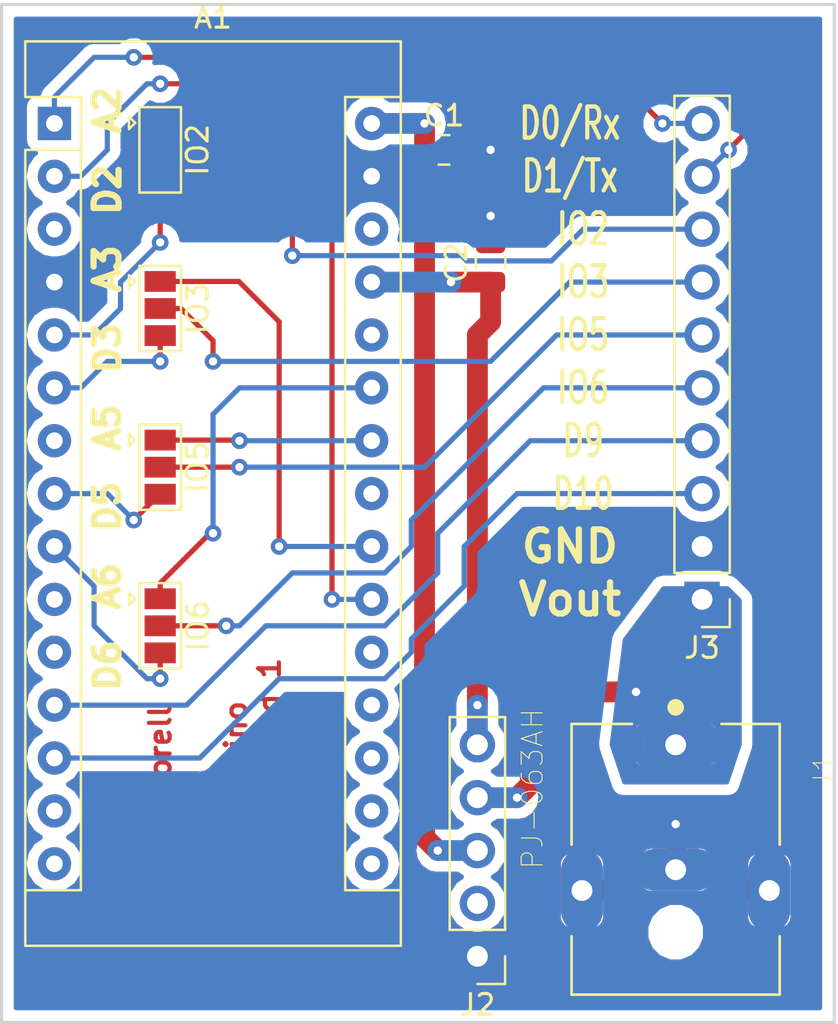
<source format=kicad_pcb>
(kicad_pcb (version 20171130) (host pcbnew "(5.0.1)-4")

  (general
    (thickness 1.6)
    (drawings 24)
    (tracks 158)
    (zones 0)
    (modules 10)
    (nets 36)
  )

  (page A4)
  (layers
    (0 F.Cu signal)
    (31 B.Cu signal)
    (32 B.Adhes user)
    (33 F.Adhes user)
    (34 B.Paste user)
    (35 F.Paste user)
    (36 B.SilkS user)
    (37 F.SilkS user)
    (38 B.Mask user)
    (39 F.Mask user)
    (40 Dwgs.User user)
    (41 Cmts.User user)
    (42 Eco1.User user)
    (43 Eco2.User user)
    (44 Edge.Cuts user)
    (45 Margin user)
    (46 B.CrtYd user)
    (47 F.CrtYd user)
    (48 B.Fab user)
    (49 F.Fab user hide)
  )

  (setup
    (last_trace_width 0.25)
    (trace_clearance 0.2)
    (zone_clearance 0.508)
    (zone_45_only no)
    (trace_min 0.2)
    (segment_width 0.2)
    (edge_width 0.15)
    (via_size 0.8)
    (via_drill 0.4)
    (via_min_size 0.4)
    (via_min_drill 0.3)
    (uvia_size 0.3)
    (uvia_drill 0.1)
    (uvias_allowed no)
    (uvia_min_size 0.2)
    (uvia_min_drill 0.1)
    (pcb_text_width 0.3)
    (pcb_text_size 1.5 1.5)
    (mod_edge_width 0.15)
    (mod_text_size 1 1)
    (mod_text_width 0.15)
    (pad_size 4.5 2.25)
    (pad_drill 1)
    (pad_to_mask_clearance 0.051)
    (solder_mask_min_width 0.25)
    (aux_axis_origin 0 0)
    (visible_elements 7FFFFFFF)
    (pcbplotparams
      (layerselection 0x010fc_ffffffff)
      (usegerberextensions false)
      (usegerberattributes false)
      (usegerberadvancedattributes false)
      (creategerberjobfile false)
      (excludeedgelayer true)
      (linewidth 0.100000)
      (plotframeref false)
      (viasonmask false)
      (mode 1)
      (useauxorigin false)
      (hpglpennumber 1)
      (hpglpenspeed 20)
      (hpglpendiameter 15.000000)
      (psnegative false)
      (psa4output false)
      (plotreference true)
      (plotvalue true)
      (plotinvisibletext false)
      (padsonsilk false)
      (subtractmaskfromsilk false)
      (outputformat 1)
      (mirror false)
      (drillshape 1)
      (scaleselection 1)
      (outputdirectory ""))
  )

  (net 0 "")
  (net 1 GND)
  (net 2 "Net-(A1-Pad21)")
  (net 3 "Net-(A1-Pad22)")
  (net 4 "Net-(A1-Pad24)")
  (net 5 "Net-(A1-Pad25)")
  (net 6 "Net-(A1-Pad27)")
  (net 7 "Net-(A1-Pad30)")
  (net 8 "Net-(J1-Pad1)")
  (net 9 "Net-(IO_2-Pad2)")
  (net 10 "Net-(IO_3-Pad2)")
  (net 11 "Net-(IO_5-Pad2)")
  (net 12 "Net-(IO_6-Pad2)")
  (net 13 D10)
  (net 14 D9)
  (net 15 D6)
  (net 16 D5)
  (net 17 D3)
  (net 18 D2)
  (net 19 "Net-(A1-Pad16)")
  (net 20 "Net-(A1-Pad15)")
  (net 21 "Net-(A1-Pad14)")
  (net 22 "Net-(A1-Pad28)")
  (net 23 "Net-(A1-Pad11)")
  (net 24 "Net-(A1-Pad26)")
  (net 25 "Net-(A1-Pad10)")
  (net 26 "Net-(A1-Pad23)")
  (net 27 "Net-(A1-Pad7)")
  (net 28 "Net-(A1-Pad20)")
  (net 29 "Net-(A1-Pad19)")
  (net 30 "Net-(A1-Pad3)")
  (net 31 "Net-(A1-Pad18)")
  (net 32 D0)
  (net 33 "Net-(A1-Pad17)")
  (net 34 D1)
  (net 35 "Net-(J2-Pad2)")

  (net_class Default "This is the default net class."
    (clearance 0.2)
    (trace_width 0.25)
    (via_dia 0.8)
    (via_drill 0.4)
    (uvia_dia 0.3)
    (uvia_drill 0.1)
    (add_net D0)
    (add_net D1)
    (add_net D10)
    (add_net D2)
    (add_net D3)
    (add_net D5)
    (add_net D6)
    (add_net D9)
    (add_net GND)
    (add_net "Net-(A1-Pad10)")
    (add_net "Net-(A1-Pad11)")
    (add_net "Net-(A1-Pad14)")
    (add_net "Net-(A1-Pad15)")
    (add_net "Net-(A1-Pad16)")
    (add_net "Net-(A1-Pad17)")
    (add_net "Net-(A1-Pad18)")
    (add_net "Net-(A1-Pad19)")
    (add_net "Net-(A1-Pad20)")
    (add_net "Net-(A1-Pad21)")
    (add_net "Net-(A1-Pad22)")
    (add_net "Net-(A1-Pad23)")
    (add_net "Net-(A1-Pad24)")
    (add_net "Net-(A1-Pad25)")
    (add_net "Net-(A1-Pad26)")
    (add_net "Net-(A1-Pad27)")
    (add_net "Net-(A1-Pad28)")
    (add_net "Net-(A1-Pad3)")
    (add_net "Net-(A1-Pad30)")
    (add_net "Net-(A1-Pad7)")
    (add_net "Net-(IO_2-Pad2)")
    (add_net "Net-(IO_3-Pad2)")
    (add_net "Net-(IO_5-Pad2)")
    (add_net "Net-(IO_6-Pad2)")
    (add_net "Net-(J1-Pad1)")
    (add_net "Net-(J2-Pad2)")
  )

  (module Connector_PinHeader_2.54mm:PinHeader_1x05_P2.54mm_Vertical (layer F.Cu) (tedit 59FED5CC) (tstamp 5C1B0715)
    (at 149.86 116.205 180)
    (descr "Through hole straight pin header, 1x05, 2.54mm pitch, single row")
    (tags "Through hole pin header THT 1x05 2.54mm single row")
    (path /5BF82757)
    (fp_text reference J2 (at 0 -2.33 180) (layer F.SilkS)
      (effects (font (size 1 1) (thickness 0.15)))
    )
    (fp_text value Conn_01x05_Male (at 0 12.49 180) (layer F.Fab)
      (effects (font (size 1 1) (thickness 0.15)))
    )
    (fp_text user %R (at 0 5.08 270) (layer F.Fab)
      (effects (font (size 1 1) (thickness 0.15)))
    )
    (fp_line (start 1.8 -1.8) (end -1.8 -1.8) (layer F.CrtYd) (width 0.05))
    (fp_line (start 1.8 11.95) (end 1.8 -1.8) (layer F.CrtYd) (width 0.05))
    (fp_line (start -1.8 11.95) (end 1.8 11.95) (layer F.CrtYd) (width 0.05))
    (fp_line (start -1.8 -1.8) (end -1.8 11.95) (layer F.CrtYd) (width 0.05))
    (fp_line (start -1.33 -1.33) (end 0 -1.33) (layer F.SilkS) (width 0.12))
    (fp_line (start -1.33 0) (end -1.33 -1.33) (layer F.SilkS) (width 0.12))
    (fp_line (start -1.33 1.27) (end 1.33 1.27) (layer F.SilkS) (width 0.12))
    (fp_line (start 1.33 1.27) (end 1.33 11.49) (layer F.SilkS) (width 0.12))
    (fp_line (start -1.33 1.27) (end -1.33 11.49) (layer F.SilkS) (width 0.12))
    (fp_line (start -1.33 11.49) (end 1.33 11.49) (layer F.SilkS) (width 0.12))
    (fp_line (start -1.27 -0.635) (end -0.635 -1.27) (layer F.Fab) (width 0.1))
    (fp_line (start -1.27 11.43) (end -1.27 -0.635) (layer F.Fab) (width 0.1))
    (fp_line (start 1.27 11.43) (end -1.27 11.43) (layer F.Fab) (width 0.1))
    (fp_line (start 1.27 -1.27) (end 1.27 11.43) (layer F.Fab) (width 0.1))
    (fp_line (start -0.635 -1.27) (end 1.27 -1.27) (layer F.Fab) (width 0.1))
    (pad 5 thru_hole oval (at 0 10.16 180) (size 1.7 1.7) (drill 1) (layers *.Cu *.Mask)
      (net 6 "Net-(A1-Pad27)"))
    (pad 4 thru_hole oval (at 0 7.62 180) (size 1.7 1.7) (drill 1) (layers *.Cu *.Mask)
      (net 8 "Net-(J1-Pad1)"))
    (pad 3 thru_hole oval (at 0 5.08 180) (size 1.7 1.7) (drill 1) (layers *.Cu *.Mask)
      (net 7 "Net-(A1-Pad30)"))
    (pad 2 thru_hole oval (at 0 2.54 180) (size 1.7 1.7) (drill 1) (layers *.Cu *.Mask)
      (net 35 "Net-(J2-Pad2)"))
    (pad 1 thru_hole rect (at 0 0 180) (size 1.7 1.7) (drill 1) (layers *.Cu *.Mask)
      (net 1 GND))
    (model ${KISYS3DMOD}/Connector_PinHeader_2.54mm.3dshapes/PinHeader_1x05_P2.54mm_Vertical.wrl
      (at (xyz 0 0 0))
      (scale (xyz 1 1 1))
      (rotate (xyz 0 0 0))
    )
  )

  (module CUI_PJ-063AH (layer F.Cu) (tedit 0) (tstamp 5C046995)
    (at 159.385 106.045 270)
    (path /5BF7FA3A)
    (fp_text reference J1 (at 1.25028 -7.12664 270) (layer F.SilkS)
      (effects (font (size 1.00023 1.00023) (thickness 0.05)))
    )
    (fp_text value PJ-063AH (at 2.11485 6.88157 270) (layer F.SilkS)
      (effects (font (size 1.00183 1.00183) (thickness 0.05)))
    )
    (fp_circle (center -1.8 0) (end -1.6 0) (layer F.SilkS) (width 0.4))
    (fp_line (start 0.5 -1.5) (end 0.5 1.5) (layer Edge.Cuts) (width 0.001))
    (fp_line (start 0.5 1.5) (end -0.5 1.5) (layer Edge.Cuts) (width 0.001))
    (fp_line (start -0.5 1.5) (end -0.5 -1.5) (layer Edge.Cuts) (width 0.001))
    (fp_line (start -0.5 -1.5) (end 0.5 -1.5) (layer Edge.Cuts) (width 0.001))
    (fp_line (start 6.5 -1.15) (end 6.5 1.15) (layer Edge.Cuts) (width 0.001))
    (fp_line (start 6.5 1.15) (end 5.5 1.15) (layer Edge.Cuts) (width 0.001))
    (fp_line (start 5.5 1.15) (end 5.5 -1.15) (layer Edge.Cuts) (width 0.001))
    (fp_line (start 5.5 -1.15) (end 6.5 -1.15) (layer Edge.Cuts) (width 0.001))
    (fp_line (start 5.75 -5) (end 8.25 -5) (layer Edge.Cuts) (width 0.001))
    (fp_line (start 8.25 -5) (end 8.25 -4) (layer Edge.Cuts) (width 0.001))
    (fp_line (start 8.25 -4) (end 5.75 -4) (layer Edge.Cuts) (width 0.001))
    (fp_line (start 5.75 -4) (end 5.75 -5) (layer Edge.Cuts) (width 0.001))
    (fp_line (start 5.75 4) (end 8.25 4) (layer Edge.Cuts) (width 0.001))
    (fp_line (start 8.25 4) (end 8.25 5) (layer Edge.Cuts) (width 0.001))
    (fp_line (start 8.25 5) (end 5.75 5) (layer Edge.Cuts) (width 0.001))
    (fp_line (start 5.75 5) (end 5.75 4) (layer Edge.Cuts) (width 0.001))
    (fp_line (start 12 -5) (end 12 5) (layer Dwgs.User) (width 0.127))
    (fp_line (start 12 5) (end -1 5) (layer Dwgs.User) (width 0.127))
    (fp_line (start -1 5) (end -1 -5) (layer Dwgs.User) (width 0.127))
    (fp_line (start -1 -5) (end 12 -5) (layer Dwgs.User) (width 0.127))
    (fp_line (start 12 -5) (end 12 5) (layer F.SilkS) (width 0.127))
    (fp_line (start 12 5) (end 9.2 5) (layer F.SilkS) (width 0.127))
    (fp_line (start 4.8 5) (end -1 5) (layer F.SilkS) (width 0.127))
    (fp_line (start -1 5) (end -1 2.1) (layer F.SilkS) (width 0.127))
    (fp_line (start -1 -2.2) (end -1 -5) (layer F.SilkS) (width 0.127))
    (fp_line (start -1 -5) (end 4.8 -5) (layer F.SilkS) (width 0.127))
    (fp_line (start 9.2 -5) (end 12 -5) (layer F.SilkS) (width 0.127))
    (fp_line (start -1.25 -2.45) (end -1.25 -5.25) (layer Eco1.User) (width 0.05))
    (fp_line (start -1.25 -5.25) (end 4.75 -5.25) (layer Eco1.User) (width 0.05))
    (fp_line (start 4.75 -5.25) (end 4.75 -5.85) (layer Eco1.User) (width 0.05))
    (fp_line (start 4.75 -5.85) (end 9.45 -5.85) (layer Eco1.User) (width 0.05))
    (fp_line (start 9.45 -5.85) (end 9.45 -5.25) (layer Eco1.User) (width 0.05))
    (fp_line (start 9.45 -5.25) (end 12.25 -5.25) (layer Eco1.User) (width 0.05))
    (fp_line (start 12.25 -5.25) (end 12.25 5.25) (layer Eco1.User) (width 0.05))
    (fp_line (start 12.25 5.25) (end 9.25 5.25) (layer Eco1.User) (width 0.05))
    (fp_line (start 9.25 5.25) (end 9.25 5.8) (layer Eco1.User) (width 0.05))
    (fp_line (start 9.25 5.8) (end 4.75 5.8) (layer Eco1.User) (width 0.05))
    (fp_line (start 4.75 5.8) (end 4.75 5.25) (layer Eco1.User) (width 0.05))
    (fp_line (start 4.75 5.25) (end -1.25 5.25) (layer Eco1.User) (width 0.05))
    (fp_line (start -1.25 5.25) (end -1.25 2.25) (layer Eco1.User) (width 0.05))
    (fp_line (start -1.25 2.25) (end -1.4 2.25) (layer Eco1.User) (width 0.05))
    (fp_line (start -1.4 2.25) (end -1.4 -2.45) (layer Eco1.User) (width 0.05))
    (fp_line (start -1.4 -2.45) (end -1.25 -2.45) (layer Eco1.User) (width 0.05))
    (fp_line (start -5 0) (end 11 0) (layer Dwgs.User) (width 0.1016))
    (pad 1 thru_hole oval (at 0 0 180) (size 4.5 2.25) (drill 1) (layers *.Cu *.Mask)
      (net 8 "Net-(J1-Pad1)"))
    (pad 2 thru_hole oval (at 6 0 180) (size 4 2) (drill 1) (layers *.Cu *.Mask)
      (net 1 GND))
    (pad S1 thru_hole oval (at 7 -4.5 270) (size 4 2) (drill 1) (layers *.Cu *.Mask)
      (net 1 GND))
    (pad S2 thru_hole oval (at 7 4.5 270) (size 4 2) (drill 1) (layers *.Cu *.Mask)
      (net 1 GND))
    (pad Hole np_thru_hole circle (at 9 0 270) (size 1.6 1.6) (drill 1.6) (layers *.Cu *.Mask F.SilkS))
  )

  (module Module:Arduino_Nano (layer F.Cu) (tedit 58ACAF70) (tstamp 5BF5EA9E)
    (at 129.54 76.2)
    (descr "Arduino Nano, http://www.mouser.com/pdfdocs/Gravitech_Arduino_Nano3_0.pdf")
    (tags "Arduino Nano")
    (path /5BF57DB9)
    (fp_text reference A1 (at 7.62 -5.08) (layer F.SilkS)
      (effects (font (size 1 1) (thickness 0.15)))
    )
    (fp_text value Arduino_Nano_v3.x (at 8.89 19.05 90) (layer F.Fab)
      (effects (font (size 1 1) (thickness 0.15)))
    )
    (fp_line (start 16.75 42.16) (end -1.53 42.16) (layer F.CrtYd) (width 0.05))
    (fp_line (start 16.75 42.16) (end 16.75 -4.06) (layer F.CrtYd) (width 0.05))
    (fp_line (start -1.53 -4.06) (end -1.53 42.16) (layer F.CrtYd) (width 0.05))
    (fp_line (start -1.53 -4.06) (end 16.75 -4.06) (layer F.CrtYd) (width 0.05))
    (fp_line (start 16.51 -3.81) (end 16.51 39.37) (layer F.Fab) (width 0.1))
    (fp_line (start 0 -3.81) (end 16.51 -3.81) (layer F.Fab) (width 0.1))
    (fp_line (start -1.27 -2.54) (end 0 -3.81) (layer F.Fab) (width 0.1))
    (fp_line (start -1.27 39.37) (end -1.27 -2.54) (layer F.Fab) (width 0.1))
    (fp_line (start 16.51 39.37) (end -1.27 39.37) (layer F.Fab) (width 0.1))
    (fp_line (start 16.64 -3.94) (end -1.4 -3.94) (layer F.SilkS) (width 0.12))
    (fp_line (start 16.64 39.5) (end 16.64 -3.94) (layer F.SilkS) (width 0.12))
    (fp_line (start -1.4 39.5) (end 16.64 39.5) (layer F.SilkS) (width 0.12))
    (fp_line (start 3.81 41.91) (end 3.81 31.75) (layer F.Fab) (width 0.1))
    (fp_line (start 11.43 41.91) (end 3.81 41.91) (layer F.Fab) (width 0.1))
    (fp_line (start 11.43 31.75) (end 11.43 41.91) (layer F.Fab) (width 0.1))
    (fp_line (start 3.81 31.75) (end 11.43 31.75) (layer F.Fab) (width 0.1))
    (fp_line (start 1.27 36.83) (end -1.4 36.83) (layer F.SilkS) (width 0.12))
    (fp_line (start 1.27 1.27) (end 1.27 36.83) (layer F.SilkS) (width 0.12))
    (fp_line (start 1.27 1.27) (end -1.4 1.27) (layer F.SilkS) (width 0.12))
    (fp_line (start 13.97 36.83) (end 16.64 36.83) (layer F.SilkS) (width 0.12))
    (fp_line (start 13.97 -1.27) (end 13.97 36.83) (layer F.SilkS) (width 0.12))
    (fp_line (start 13.97 -1.27) (end 16.64 -1.27) (layer F.SilkS) (width 0.12))
    (fp_line (start -1.4 -3.94) (end -1.4 -1.27) (layer F.SilkS) (width 0.12))
    (fp_line (start -1.4 1.27) (end -1.4 39.5) (layer F.SilkS) (width 0.12))
    (fp_line (start 1.27 -1.27) (end -1.4 -1.27) (layer F.SilkS) (width 0.12))
    (fp_line (start 1.27 1.27) (end 1.27 -1.27) (layer F.SilkS) (width 0.12))
    (fp_text user %R (at 6.35 19.05 90) (layer F.Fab)
      (effects (font (size 1 1) (thickness 0.15)))
    )
    (pad 16 thru_hole oval (at 15.24 35.56) (size 1.6 1.6) (drill 0.8) (layers *.Cu *.Mask)
      (net 19 "Net-(A1-Pad16)"))
    (pad 15 thru_hole oval (at 0 35.56) (size 1.6 1.6) (drill 0.8) (layers *.Cu *.Mask)
      (net 20 "Net-(A1-Pad15)"))
    (pad 30 thru_hole oval (at 15.24 0) (size 1.6 1.6) (drill 0.8) (layers *.Cu *.Mask)
      (net 7 "Net-(A1-Pad30)"))
    (pad 14 thru_hole oval (at 0 33.02) (size 1.6 1.6) (drill 0.8) (layers *.Cu *.Mask)
      (net 21 "Net-(A1-Pad14)"))
    (pad 29 thru_hole oval (at 15.24 2.54) (size 1.6 1.6) (drill 0.8) (layers *.Cu *.Mask)
      (net 1 GND))
    (pad 13 thru_hole oval (at 0 30.48) (size 1.6 1.6) (drill 0.8) (layers *.Cu *.Mask)
      (net 13 D10))
    (pad 28 thru_hole oval (at 15.24 5.08) (size 1.6 1.6) (drill 0.8) (layers *.Cu *.Mask)
      (net 22 "Net-(A1-Pad28)"))
    (pad 12 thru_hole oval (at 0 27.94) (size 1.6 1.6) (drill 0.8) (layers *.Cu *.Mask)
      (net 14 D9))
    (pad 27 thru_hole oval (at 15.24 7.62) (size 1.6 1.6) (drill 0.8) (layers *.Cu *.Mask)
      (net 6 "Net-(A1-Pad27)"))
    (pad 11 thru_hole oval (at 0 25.4) (size 1.6 1.6) (drill 0.8) (layers *.Cu *.Mask)
      (net 23 "Net-(A1-Pad11)"))
    (pad 26 thru_hole oval (at 15.24 10.16) (size 1.6 1.6) (drill 0.8) (layers *.Cu *.Mask)
      (net 24 "Net-(A1-Pad26)"))
    (pad 10 thru_hole oval (at 0 22.86) (size 1.6 1.6) (drill 0.8) (layers *.Cu *.Mask)
      (net 25 "Net-(A1-Pad10)"))
    (pad 25 thru_hole oval (at 15.24 12.7) (size 1.6 1.6) (drill 0.8) (layers *.Cu *.Mask)
      (net 5 "Net-(A1-Pad25)"))
    (pad 9 thru_hole oval (at 0 20.32) (size 1.6 1.6) (drill 0.8) (layers *.Cu *.Mask)
      (net 15 D6))
    (pad 24 thru_hole oval (at 15.24 15.24) (size 1.6 1.6) (drill 0.8) (layers *.Cu *.Mask)
      (net 4 "Net-(A1-Pad24)"))
    (pad 8 thru_hole oval (at 0 17.78) (size 1.6 1.6) (drill 0.8) (layers *.Cu *.Mask)
      (net 16 D5))
    (pad 23 thru_hole oval (at 15.24 17.78) (size 1.6 1.6) (drill 0.8) (layers *.Cu *.Mask)
      (net 26 "Net-(A1-Pad23)"))
    (pad 7 thru_hole oval (at 0 15.24) (size 1.6 1.6) (drill 0.8) (layers *.Cu *.Mask)
      (net 27 "Net-(A1-Pad7)"))
    (pad 22 thru_hole oval (at 15.24 20.32) (size 1.6 1.6) (drill 0.8) (layers *.Cu *.Mask)
      (net 3 "Net-(A1-Pad22)"))
    (pad 6 thru_hole oval (at 0 12.7) (size 1.6 1.6) (drill 0.8) (layers *.Cu *.Mask)
      (net 17 D3))
    (pad 21 thru_hole oval (at 15.24 22.86) (size 1.6 1.6) (drill 0.8) (layers *.Cu *.Mask)
      (net 2 "Net-(A1-Pad21)"))
    (pad 5 thru_hole oval (at 0 10.16) (size 1.6 1.6) (drill 0.8) (layers *.Cu *.Mask)
      (net 18 D2))
    (pad 20 thru_hole oval (at 15.24 25.4) (size 1.6 1.6) (drill 0.8) (layers *.Cu *.Mask)
      (net 28 "Net-(A1-Pad20)"))
    (pad 4 thru_hole oval (at 0 7.62) (size 1.6 1.6) (drill 0.8) (layers *.Cu *.Mask)
      (net 1 GND))
    (pad 19 thru_hole oval (at 15.24 27.94) (size 1.6 1.6) (drill 0.8) (layers *.Cu *.Mask)
      (net 29 "Net-(A1-Pad19)"))
    (pad 3 thru_hole oval (at 0 5.08) (size 1.6 1.6) (drill 0.8) (layers *.Cu *.Mask)
      (net 30 "Net-(A1-Pad3)"))
    (pad 18 thru_hole oval (at 15.24 30.48) (size 1.6 1.6) (drill 0.8) (layers *.Cu *.Mask)
      (net 31 "Net-(A1-Pad18)"))
    (pad 2 thru_hole oval (at 0 2.54) (size 1.6 1.6) (drill 0.8) (layers *.Cu *.Mask)
      (net 32 D0))
    (pad 17 thru_hole oval (at 15.24 33.02) (size 1.6 1.6) (drill 0.8) (layers *.Cu *.Mask)
      (net 33 "Net-(A1-Pad17)"))
    (pad 1 thru_hole rect (at 0 0) (size 1.6 1.6) (drill 0.8) (layers *.Cu *.Mask)
      (net 34 D1))
    (model ${KISYS3DMOD}/Module.3dshapes/Arduino_Nano_WithMountingHoles.wrl
      (at (xyz 0 0 0))
      (scale (xyz 1 1 1))
      (rotate (xyz 0 0 0))
    )
  )

  (module Capacitor_SMD:C_0805_2012Metric (layer F.Cu) (tedit 5B36C52B) (tstamp 5C279D9B)
    (at 148.2575 77.47)
    (descr "Capacitor SMD 0805 (2012 Metric), square (rectangular) end terminal, IPC_7351 nominal, (Body size source: https://docs.google.com/spreadsheets/d/1BsfQQcO9C6DZCsRaXUlFlo91Tg2WpOkGARC1WS5S8t0/edit?usp=sharing), generated with kicad-footprint-generator")
    (tags capacitor)
    (path /5BF6CE4A)
    (attr smd)
    (fp_text reference C1 (at 0 -1.65) (layer F.SilkS)
      (effects (font (size 1 1) (thickness 0.15)))
    )
    (fp_text value 100nF (at 0 1.65) (layer F.Fab)
      (effects (font (size 1 1) (thickness 0.15)))
    )
    (fp_text user %R (at 0 0) (layer F.Fab)
      (effects (font (size 0.5 0.5) (thickness 0.08)))
    )
    (fp_line (start 1.68 0.95) (end -1.68 0.95) (layer F.CrtYd) (width 0.05))
    (fp_line (start 1.68 -0.95) (end 1.68 0.95) (layer F.CrtYd) (width 0.05))
    (fp_line (start -1.68 -0.95) (end 1.68 -0.95) (layer F.CrtYd) (width 0.05))
    (fp_line (start -1.68 0.95) (end -1.68 -0.95) (layer F.CrtYd) (width 0.05))
    (fp_line (start -0.258578 0.71) (end 0.258578 0.71) (layer F.SilkS) (width 0.12))
    (fp_line (start -0.258578 -0.71) (end 0.258578 -0.71) (layer F.SilkS) (width 0.12))
    (fp_line (start 1 0.6) (end -1 0.6) (layer F.Fab) (width 0.1))
    (fp_line (start 1 -0.6) (end 1 0.6) (layer F.Fab) (width 0.1))
    (fp_line (start -1 -0.6) (end 1 -0.6) (layer F.Fab) (width 0.1))
    (fp_line (start -1 0.6) (end -1 -0.6) (layer F.Fab) (width 0.1))
    (pad 2 smd roundrect (at 0.9375 0) (size 0.975 1.4) (layers F.Cu F.Paste F.Mask) (roundrect_rratio 0.25)
      (net 1 GND))
    (pad 1 smd roundrect (at -0.9375 0) (size 0.975 1.4) (layers F.Cu F.Paste F.Mask) (roundrect_rratio 0.25)
      (net 7 "Net-(A1-Pad30)"))
    (model ${KISYS3DMOD}/Capacitor_SMD.3dshapes/C_0805_2012Metric.wrl
      (at (xyz 0 0 0))
      (scale (xyz 1 1 1))
      (rotate (xyz 0 0 0))
    )
  )

  (module Capacitor_SMD:C_0805_2012Metric (layer F.Cu) (tedit 5B36C52B) (tstamp 5C279DAC)
    (at 150.495 82.8825 90)
    (descr "Capacitor SMD 0805 (2012 Metric), square (rectangular) end terminal, IPC_7351 nominal, (Body size source: https://docs.google.com/spreadsheets/d/1BsfQQcO9C6DZCsRaXUlFlo91Tg2WpOkGARC1WS5S8t0/edit?usp=sharing), generated with kicad-footprint-generator")
    (tags capacitor)
    (path /5BF6CD78)
    (attr smd)
    (fp_text reference C2 (at 0 -1.65 90) (layer F.SilkS)
      (effects (font (size 1 1) (thickness 0.15)))
    )
    (fp_text value 100nF (at 0 1.65 90) (layer F.Fab)
      (effects (font (size 1 1) (thickness 0.15)))
    )
    (fp_line (start -1 0.6) (end -1 -0.6) (layer F.Fab) (width 0.1))
    (fp_line (start -1 -0.6) (end 1 -0.6) (layer F.Fab) (width 0.1))
    (fp_line (start 1 -0.6) (end 1 0.6) (layer F.Fab) (width 0.1))
    (fp_line (start 1 0.6) (end -1 0.6) (layer F.Fab) (width 0.1))
    (fp_line (start -0.258578 -0.71) (end 0.258578 -0.71) (layer F.SilkS) (width 0.12))
    (fp_line (start -0.258578 0.71) (end 0.258578 0.71) (layer F.SilkS) (width 0.12))
    (fp_line (start -1.68 0.95) (end -1.68 -0.95) (layer F.CrtYd) (width 0.05))
    (fp_line (start -1.68 -0.95) (end 1.68 -0.95) (layer F.CrtYd) (width 0.05))
    (fp_line (start 1.68 -0.95) (end 1.68 0.95) (layer F.CrtYd) (width 0.05))
    (fp_line (start 1.68 0.95) (end -1.68 0.95) (layer F.CrtYd) (width 0.05))
    (fp_text user %R (at 0 0 90) (layer F.Fab)
      (effects (font (size 0.5 0.5) (thickness 0.08)))
    )
    (pad 1 smd roundrect (at -0.9375 0 90) (size 0.975 1.4) (layers F.Cu F.Paste F.Mask) (roundrect_rratio 0.25)
      (net 6 "Net-(A1-Pad27)"))
    (pad 2 smd roundrect (at 0.9375 0 90) (size 0.975 1.4) (layers F.Cu F.Paste F.Mask) (roundrect_rratio 0.25)
      (net 1 GND))
    (model ${KISYS3DMOD}/Capacitor_SMD.3dshapes/C_0805_2012Metric.wrl
      (at (xyz 0 0 0))
      (scale (xyz 1 1 1))
      (rotate (xyz 0 0 0))
    )
  )

  (module Jumper:SolderJumper-3_P1.3mm_Open_Pad1.0x1.5mm (layer F.Cu) (tedit 5BF84811) (tstamp 5C046DD3)
    (at 134.62 77.47 270)
    (descr "SMD Solder 3-pad Jumper, 1x1.5mm Pads, 0.3mm gap, open")
    (tags "solder jumper open")
    (path /5BF6F90F)
    (attr virtual)
    (fp_text reference IO2 (at 0 -1.8 270) (layer F.SilkS)
      (effects (font (size 1 1) (thickness 0.15)))
    )
    (fp_text value SolderJumper_3_Open (at 0 2 270) (layer F.Fab)
      (effects (font (size 1 1) (thickness 0.15)))
    )
    (fp_line (start -1.3 1.2) (end -1 1.5) (layer F.SilkS) (width 0.12))
    (fp_line (start -1.6 1.5) (end -1 1.5) (layer F.SilkS) (width 0.12))
    (fp_line (start -1.3 1.2) (end -1.6 1.5) (layer F.SilkS) (width 0.12))
    (fp_line (start -2.05 1) (end -2.05 -1) (layer F.SilkS) (width 0.12))
    (fp_line (start 2.05 1) (end -2.05 1) (layer F.SilkS) (width 0.12))
    (fp_line (start 2.05 -1) (end 2.05 1) (layer F.SilkS) (width 0.12))
    (fp_line (start -2.05 -1) (end 2.05 -1) (layer F.SilkS) (width 0.12))
    (fp_line (start -2.3 -1.25) (end 2.3 -1.25) (layer F.CrtYd) (width 0.05))
    (fp_line (start -2.3 -1.25) (end -2.3 1.25) (layer F.CrtYd) (width 0.05))
    (fp_line (start 2.3 1.25) (end 2.3 -1.25) (layer F.CrtYd) (width 0.05))
    (fp_line (start 2.3 1.25) (end -2.3 1.25) (layer F.CrtYd) (width 0.05))
    (pad 3 smd rect (at 1.3 0 270) (size 1 1.5) (layers F.Cu F.Mask)
      (net 18 D2))
    (pad 2 smd rect (at 0 0 270) (size 1 1.5) (layers F.Cu F.Mask)
      (net 9 "Net-(IO_2-Pad2)"))
    (pad 1 smd rect (at -1.3 0 270) (size 1 1.5) (layers F.Cu F.Mask)
      (net 2 "Net-(A1-Pad21)"))
  )

  (module Jumper:SolderJumper-3_P1.3mm_Open_Pad1.0x1.5mm (layer F.Cu) (tedit 5BF8480E) (tstamp 5C046DE5)
    (at 134.62 85.09 270)
    (descr "SMD Solder 3-pad Jumper, 1x1.5mm Pads, 0.3mm gap, open")
    (tags "solder jumper open")
    (path /5BF73B3B)
    (attr virtual)
    (fp_text reference IO3 (at 0 -1.8 270) (layer F.SilkS)
      (effects (font (size 1 1) (thickness 0.15)))
    )
    (fp_text value SolderJumper_3_Open (at 0 2 270) (layer F.Fab)
      (effects (font (size 1 1) (thickness 0.15)))
    )
    (fp_line (start 2.3 1.25) (end -2.3 1.25) (layer F.CrtYd) (width 0.05))
    (fp_line (start 2.3 1.25) (end 2.3 -1.25) (layer F.CrtYd) (width 0.05))
    (fp_line (start -2.3 -1.25) (end -2.3 1.25) (layer F.CrtYd) (width 0.05))
    (fp_line (start -2.3 -1.25) (end 2.3 -1.25) (layer F.CrtYd) (width 0.05))
    (fp_line (start -2.05 -1) (end 2.05 -1) (layer F.SilkS) (width 0.12))
    (fp_line (start 2.05 -1) (end 2.05 1) (layer F.SilkS) (width 0.12))
    (fp_line (start 2.05 1) (end -2.05 1) (layer F.SilkS) (width 0.12))
    (fp_line (start -2.05 1) (end -2.05 -1) (layer F.SilkS) (width 0.12))
    (fp_line (start -1.3 1.2) (end -1.6 1.5) (layer F.SilkS) (width 0.12))
    (fp_line (start -1.6 1.5) (end -1 1.5) (layer F.SilkS) (width 0.12))
    (fp_line (start -1.3 1.2) (end -1 1.5) (layer F.SilkS) (width 0.12))
    (pad 1 smd rect (at -1.3 0 270) (size 1 1.5) (layers F.Cu F.Mask)
      (net 3 "Net-(A1-Pad22)"))
    (pad 2 smd rect (at 0 0 270) (size 1 1.5) (layers F.Cu F.Mask)
      (net 10 "Net-(IO_3-Pad2)"))
    (pad 3 smd rect (at 1.3 0 270) (size 1 1.5) (layers F.Cu F.Mask)
      (net 17 D3))
  )

  (module Jumper:SolderJumper-3_P1.3mm_Open_Pad1.0x1.5mm (layer F.Cu) (tedit 5BF84816) (tstamp 5C046DF7)
    (at 134.62 92.71 270)
    (descr "SMD Solder 3-pad Jumper, 1x1.5mm Pads, 0.3mm gap, open")
    (tags "solder jumper open")
    (path /5BF74A7B)
    (attr virtual)
    (fp_text reference IO5 (at 0 -1.8 270) (layer F.SilkS)
      (effects (font (size 1 1) (thickness 0.15)))
    )
    (fp_text value SolderJumper_3_Open (at 0 2 270) (layer F.Fab)
      (effects (font (size 1 1) (thickness 0.15)))
    )
    (fp_line (start -1.3 1.2) (end -1 1.5) (layer F.SilkS) (width 0.12))
    (fp_line (start -1.6 1.5) (end -1 1.5) (layer F.SilkS) (width 0.12))
    (fp_line (start -1.3 1.2) (end -1.6 1.5) (layer F.SilkS) (width 0.12))
    (fp_line (start -2.05 1) (end -2.05 -1) (layer F.SilkS) (width 0.12))
    (fp_line (start 2.05 1) (end -2.05 1) (layer F.SilkS) (width 0.12))
    (fp_line (start 2.05 -1) (end 2.05 1) (layer F.SilkS) (width 0.12))
    (fp_line (start -2.05 -1) (end 2.05 -1) (layer F.SilkS) (width 0.12))
    (fp_line (start -2.3 -1.25) (end 2.3 -1.25) (layer F.CrtYd) (width 0.05))
    (fp_line (start -2.3 -1.25) (end -2.3 1.25) (layer F.CrtYd) (width 0.05))
    (fp_line (start 2.3 1.25) (end 2.3 -1.25) (layer F.CrtYd) (width 0.05))
    (fp_line (start 2.3 1.25) (end -2.3 1.25) (layer F.CrtYd) (width 0.05))
    (pad 3 smd rect (at 1.3 0 270) (size 1 1.5) (layers F.Cu F.Mask)
      (net 16 D5))
    (pad 2 smd rect (at 0 0 270) (size 1 1.5) (layers F.Cu F.Mask)
      (net 11 "Net-(IO_5-Pad2)"))
    (pad 1 smd rect (at -1.3 0 270) (size 1 1.5) (layers F.Cu F.Mask)
      (net 4 "Net-(A1-Pad24)"))
  )

  (module Jumper:SolderJumper-3_P1.3mm_Open_Pad1.0x1.5mm (layer F.Cu) (tedit 5BF8481B) (tstamp 5C046E09)
    (at 134.62 100.33 270)
    (descr "SMD Solder 3-pad Jumper, 1x1.5mm Pads, 0.3mm gap, open")
    (tags "solder jumper open")
    (path /5BF74AAB)
    (attr virtual)
    (fp_text reference IO6 (at 0 -1.8 270) (layer F.SilkS)
      (effects (font (size 1 1) (thickness 0.15)))
    )
    (fp_text value SolderJumper_3_Open (at 0 2 270) (layer F.Fab)
      (effects (font (size 1 1) (thickness 0.15)))
    )
    (fp_line (start 2.3 1.25) (end -2.3 1.25) (layer F.CrtYd) (width 0.05))
    (fp_line (start 2.3 1.25) (end 2.3 -1.25) (layer F.CrtYd) (width 0.05))
    (fp_line (start -2.3 -1.25) (end -2.3 1.25) (layer F.CrtYd) (width 0.05))
    (fp_line (start -2.3 -1.25) (end 2.3 -1.25) (layer F.CrtYd) (width 0.05))
    (fp_line (start -2.05 -1) (end 2.05 -1) (layer F.SilkS) (width 0.12))
    (fp_line (start 2.05 -1) (end 2.05 1) (layer F.SilkS) (width 0.12))
    (fp_line (start 2.05 1) (end -2.05 1) (layer F.SilkS) (width 0.12))
    (fp_line (start -2.05 1) (end -2.05 -1) (layer F.SilkS) (width 0.12))
    (fp_line (start -1.3 1.2) (end -1.6 1.5) (layer F.SilkS) (width 0.12))
    (fp_line (start -1.6 1.5) (end -1 1.5) (layer F.SilkS) (width 0.12))
    (fp_line (start -1.3 1.2) (end -1 1.5) (layer F.SilkS) (width 0.12))
    (pad 1 smd rect (at -1.3 0 270) (size 1 1.5) (layers F.Cu F.Mask)
      (net 5 "Net-(A1-Pad25)"))
    (pad 2 smd rect (at 0 0 270) (size 1 1.5) (layers F.Cu F.Mask)
      (net 12 "Net-(IO_6-Pad2)"))
    (pad 3 smd rect (at 1.3 0 270) (size 1 1.5) (layers F.Cu F.Mask)
      (net 15 D6))
  )

  (module Connector_PinHeader_2.54mm:PinHeader_1x10_P2.54mm_Vertical (layer F.Cu) (tedit 59FED5CC) (tstamp 5C130195)
    (at 160.655 99.06 180)
    (descr "Through hole straight pin header, 1x10, 2.54mm pitch, single row")
    (tags "Through hole pin header THT 1x10 2.54mm single row")
    (path /5BF89C91)
    (fp_text reference J3 (at 0 -2.33 180) (layer F.SilkS)
      (effects (font (size 1 1) (thickness 0.15)))
    )
    (fp_text value Conn_01x10_Male (at 0 25.19 180) (layer F.Fab)
      (effects (font (size 1 1) (thickness 0.15)))
    )
    (fp_line (start -0.635 -1.27) (end 1.27 -1.27) (layer F.Fab) (width 0.1))
    (fp_line (start 1.27 -1.27) (end 1.27 24.13) (layer F.Fab) (width 0.1))
    (fp_line (start 1.27 24.13) (end -1.27 24.13) (layer F.Fab) (width 0.1))
    (fp_line (start -1.27 24.13) (end -1.27 -0.635) (layer F.Fab) (width 0.1))
    (fp_line (start -1.27 -0.635) (end -0.635 -1.27) (layer F.Fab) (width 0.1))
    (fp_line (start -1.33 24.19) (end 1.33 24.19) (layer F.SilkS) (width 0.12))
    (fp_line (start -1.33 1.27) (end -1.33 24.19) (layer F.SilkS) (width 0.12))
    (fp_line (start 1.33 1.27) (end 1.33 24.19) (layer F.SilkS) (width 0.12))
    (fp_line (start -1.33 1.27) (end 1.33 1.27) (layer F.SilkS) (width 0.12))
    (fp_line (start -1.33 0) (end -1.33 -1.33) (layer F.SilkS) (width 0.12))
    (fp_line (start -1.33 -1.33) (end 0 -1.33) (layer F.SilkS) (width 0.12))
    (fp_line (start -1.8 -1.8) (end -1.8 24.65) (layer F.CrtYd) (width 0.05))
    (fp_line (start -1.8 24.65) (end 1.8 24.65) (layer F.CrtYd) (width 0.05))
    (fp_line (start 1.8 24.65) (end 1.8 -1.8) (layer F.CrtYd) (width 0.05))
    (fp_line (start 1.8 -1.8) (end -1.8 -1.8) (layer F.CrtYd) (width 0.05))
    (fp_text user %R (at 0 11.43 270) (layer F.Fab)
      (effects (font (size 1 1) (thickness 0.15)))
    )
    (pad 1 thru_hole rect (at 0 0 180) (size 1.7 1.7) (drill 1) (layers *.Cu *.Mask)
      (net 8 "Net-(J1-Pad1)"))
    (pad 2 thru_hole oval (at 0 2.54 180) (size 1.7 1.7) (drill 1) (layers *.Cu *.Mask)
      (net 1 GND))
    (pad 3 thru_hole oval (at 0 5.08 180) (size 1.7 1.7) (drill 1) (layers *.Cu *.Mask)
      (net 13 D10))
    (pad 4 thru_hole oval (at 0 7.62 180) (size 1.7 1.7) (drill 1) (layers *.Cu *.Mask)
      (net 14 D9))
    (pad 5 thru_hole oval (at 0 10.16 180) (size 1.7 1.7) (drill 1) (layers *.Cu *.Mask)
      (net 12 "Net-(IO_6-Pad2)"))
    (pad 6 thru_hole oval (at 0 12.7 180) (size 1.7 1.7) (drill 1) (layers *.Cu *.Mask)
      (net 11 "Net-(IO_5-Pad2)"))
    (pad 7 thru_hole oval (at 0 15.24 180) (size 1.7 1.7) (drill 1) (layers *.Cu *.Mask)
      (net 10 "Net-(IO_3-Pad2)"))
    (pad 8 thru_hole oval (at 0 17.78 180) (size 1.7 1.7) (drill 1) (layers *.Cu *.Mask)
      (net 9 "Net-(IO_2-Pad2)"))
    (pad 9 thru_hole oval (at 0 20.32 180) (size 1.7 1.7) (drill 1) (layers *.Cu *.Mask)
      (net 34 D1))
    (pad 10 thru_hole oval (at 0 22.86 180) (size 1.7 1.7) (drill 1) (layers *.Cu *.Mask)
      (net 32 D0))
    (model ${KISYS3DMOD}/Connector_PinHeader_2.54mm.3dshapes/PinHeader_1x10_P2.54mm_Vertical.wrl
      (at (xyz 0 0 0))
      (scale (xyz 1 1 1))
      (rotate (xyz 0 0 0))
    )
  )

  (gr_text "Tiny Arduino\nBreakout Board 1" (at 139.065 108.585 90) (layer F.Cu) (tstamp 5C131E52)
    (effects (font (size 1 1) (thickness 0.2)))
  )
  (gr_text "Sami Sorell" (at 134.62 108.585 90) (layer F.Cu) (tstamp 5C131947)
    (effects (font (size 1 1) (thickness 0.2)))
  )
  (gr_text D1/Tx (at 154.305 78.74) (layer F.SilkS) (tstamp 5C13156A)
    (effects (font (size 1.5 1) (thickness 0.2)))
  )
  (gr_text D0/Rx (at 154.305 76.2) (layer F.SilkS) (tstamp 5C131568)
    (effects (font (size 1.5 1) (thickness 0.2)))
  )
  (gr_text Vout (at 154.305 99.06) (layer F.SilkS)
    (effects (font (size 1.5 1.5) (thickness 0.3)))
  )
  (gr_text GND (at 154.305 96.52) (layer F.SilkS)
    (effects (font (size 1.5 1.5) (thickness 0.3)))
  )
  (gr_text D10 (at 154.94 93.98) (layer F.SilkS) (tstamp 5BF6DB83)
    (effects (font (size 1.5 1) (thickness 0.2)))
  )
  (gr_text D9 (at 154.94 91.44) (layer F.SilkS) (tstamp 5BF6DB83)
    (effects (font (size 1.5 1) (thickness 0.2)))
  )
  (gr_text IO6 (at 154.94 88.9) (layer F.SilkS) (tstamp 5BF6DB83)
    (effects (font (size 1.5 1) (thickness 0.2)))
  )
  (gr_text IO5 (at 154.94 86.36) (layer F.SilkS) (tstamp 5BF6DB83)
    (effects (font (size 1.5 1) (thickness 0.2)))
  )
  (gr_text IO3 (at 154.94 83.82) (layer F.SilkS) (tstamp 5BF6DB83)
    (effects (font (size 1.5 1) (thickness 0.2)))
  )
  (gr_text IO2 (at 154.94 81.28) (layer F.SilkS) (tstamp 5BF6DB7E)
    (effects (font (size 1.5 1) (thickness 0.2)))
  )
  (gr_text D3 (at 132.08 86.995 90) (layer F.SilkS) (tstamp 5BF6DB66)
    (effects (font (size 1.2 1.2) (thickness 0.3)))
  )
  (gr_text D2 (at 132.08 79.375 90) (layer F.SilkS) (tstamp 5BF6DB66)
    (effects (font (size 1.2 1.2) (thickness 0.3)))
  )
  (gr_text D5 (at 132.08 94.615 90) (layer F.SilkS) (tstamp 5BF6DB66)
    (effects (font (size 1.2 1.2) (thickness 0.3)))
  )
  (gr_text D6 (at 132.08 102.235 90) (layer F.SilkS) (tstamp 5BF6DB66)
    (effects (font (size 1.2 1.2) (thickness 0.3)))
  )
  (gr_text A2 (at 132.08 75.565 90) (layer F.SilkS) (tstamp 5BF6DB5A)
    (effects (font (size 1.2 1.2) (thickness 0.3)))
  )
  (gr_text A3 (at 132.08 83.185 90) (layer F.SilkS) (tstamp 5BF6DB5A)
    (effects (font (size 1.2 1.2) (thickness 0.3)))
  )
  (gr_text A6 (at 132.08 98.425 90) (layer F.SilkS) (tstamp 5BF6DB56)
    (effects (font (size 1.2 1.2) (thickness 0.3)))
  )
  (gr_text A5 (at 132.08 90.805 90) (layer F.SilkS) (tstamp 5BF6DB5D)
    (effects (font (size 1.2 1.2) (thickness 0.3)))
  )
  (gr_line (start 127 70.485) (end 167.005 70.485) (layer Edge.Cuts) (width 0.15) (tstamp 5C03125D))
  (gr_line (start 127 119.38) (end 127 70.485) (layer Edge.Cuts) (width 0.15))
  (gr_line (start 167.005 119.38) (end 127 119.38) (layer Edge.Cuts) (width 0.15))
  (gr_line (start 167.005 70.485) (end 167.005 119.38) (layer Edge.Cuts) (width 0.15))

  (via (at 150.495 77.47) (size 0.8) (drill 0.4) (layers F.Cu B.Cu) (net 1))
  (segment (start 150.495 77.47) (end 149.195 77.47) (width 1) (layer F.Cu) (net 1))
  (via (at 150.495 80.645) (size 0.8) (drill 0.4) (layers F.Cu B.Cu) (net 1))
  (segment (start 157.135 112.045) (end 159.385 112.045) (width 1) (layer F.Cu) (net 1))
  (segment (start 156.135 113.045) (end 157.135 112.045) (width 1) (layer F.Cu) (net 1))
  (segment (start 154.885 113.045) (end 156.135 113.045) (width 1) (layer F.Cu) (net 1))
  (segment (start 162.575 113.045) (end 163.885 113.045) (width 1) (layer F.Cu) (net 1))
  (segment (start 159.385 112.045) (end 161.575 112.045) (width 1) (layer F.Cu) (net 1))
  (segment (start 161.575 112.045) (end 162.575 113.045) (width 1) (layer F.Cu) (net 1))
  (segment (start 159.385 112.045) (end 159.385 109.855) (width 1) (layer F.Cu) (net 1))
  (segment (start 159.385 109.855) (end 159.385 109.855) (width 1) (layer F.Cu) (net 1) (tstamp 5C046D4D))
  (via (at 159.385 109.855) (size 0.8) (drill 0.4) (layers F.Cu B.Cu) (net 1))
  (segment (start 150.495 81.6125) (end 150.495 80.645) (width 1) (layer F.Cu) (net 1))
  (segment (start 144.78 99.06) (end 142.875 99.06) (width 0.25) (layer B.Cu) (net 2))
  (segment (start 142.875 99.06) (end 142.875 99.06) (width 0.25) (layer B.Cu) (net 2) (tstamp 5C031257))
  (via (at 142.875 99.06) (size 0.8) (drill 0.4) (layers F.Cu B.Cu) (net 2))
  (segment (start 142.875 99.06) (end 142.875 78.74) (width 0.25) (layer F.Cu) (net 2))
  (segment (start 140.305 76.17) (end 134.62 76.17) (width 0.25) (layer F.Cu) (net 2))
  (segment (start 142.875 78.74) (end 140.305 76.17) (width 0.25) (layer F.Cu) (net 2))
  (via (at 140.335 96.52) (size 0.8) (drill 0.4) (layers F.Cu B.Cu) (net 3))
  (segment (start 140.335 96.52) (end 144.78 96.52) (width 0.25) (layer B.Cu) (net 3))
  (segment (start 138.4 83.79) (end 134.62 83.79) (width 0.25) (layer F.Cu) (net 3))
  (segment (start 140.335 96.52) (end 140.335 85.725) (width 0.25) (layer F.Cu) (net 3))
  (segment (start 140.335 85.725) (end 138.4 83.79) (width 0.25) (layer F.Cu) (net 3))
  (segment (start 144.75 91.41) (end 144.78 91.44) (width 0.25) (layer B.Cu) (net 4))
  (via (at 138.43 91.44) (size 0.8) (drill 0.4) (layers F.Cu B.Cu) (net 4))
  (segment (start 138.43 91.44) (end 144.78 91.44) (width 0.25) (layer B.Cu) (net 4))
  (segment (start 138.4 91.41) (end 134.62 91.41) (width 0.25) (layer F.Cu) (net 4))
  (segment (start 138.43 91.44) (end 138.4 91.41) (width 0.25) (layer F.Cu) (net 4))
  (segment (start 142.875 88.9) (end 142.875 88.9) (width 0.25) (layer B.Cu) (net 5) (tstamp 5C031247))
  (via (at 137.16 95.885) (size 0.8) (drill 0.4) (layers F.Cu B.Cu) (net 5))
  (segment (start 138.43 88.9) (end 137.16 90.17) (width 0.25) (layer B.Cu) (net 5))
  (segment (start 144.78 88.9) (end 138.43 88.9) (width 0.25) (layer B.Cu) (net 5))
  (segment (start 137.16 90.17) (end 137.16 95.885) (width 0.25) (layer B.Cu) (net 5))
  (segment (start 137.015 95.885) (end 137.16 95.885) (width 0.25) (layer F.Cu) (net 5))
  (segment (start 134.62 98.28) (end 137.015 95.885) (width 0.25) (layer F.Cu) (net 5))
  (segment (start 134.62 99.03) (end 134.62 98.28) (width 0.25) (layer F.Cu) (net 5))
  (via (at 149.86 104.14) (size 0.8) (drill 0.4) (layers F.Cu B.Cu) (net 6))
  (segment (start 148.59 83.82) (end 148.59 83.82) (width 1) (layer B.Cu) (net 6))
  (segment (start 148.59 83.82) (end 144.78 83.82) (width 1) (layer B.Cu) (net 6) (tstamp 5C13051E))
  (via (at 148.59 83.82) (size 0.8) (drill 0.4) (layers F.Cu B.Cu) (net 6))
  (segment (start 150.495 83.82) (end 148.59 83.82) (width 1) (layer F.Cu) (net 6))
  (segment (start 149.86 104.14) (end 149.86 106.045) (width 1) (layer B.Cu) (net 6))
  (segment (start 150.495 85.725) (end 150.495 83.82) (width 1) (layer F.Cu) (net 6))
  (segment (start 149.86 104.14) (end 149.86 86.36) (width 1) (layer F.Cu) (net 6))
  (segment (start 149.86 86.36) (end 150.495 85.725) (width 1) (layer F.Cu) (net 6))
  (segment (start 147.32 76.2) (end 147.32 76.2) (width 1) (layer F.Cu) (net 7) (tstamp 5C031319))
  (via (at 147.32 76.2) (size 0.8) (drill 0.4) (layers F.Cu B.Cu) (net 7))
  (segment (start 147.32 76.2) (end 144.78 76.2) (width 1) (layer B.Cu) (net 7))
  (via (at 147.955 111.125) (size 0.8) (drill 0.4) (layers F.Cu B.Cu) (net 7))
  (segment (start 147.955 111.125) (end 149.86 111.125) (width 1) (layer B.Cu) (net 7))
  (segment (start 147.32 110.49) (end 147.32 76.2) (width 1) (layer F.Cu) (net 7))
  (segment (start 147.32 110.49) (end 147.955 111.125) (width 1) (layer F.Cu) (net 7))
  (segment (start 157.48 103.505) (end 157.48 103.505) (width 1) (layer F.Cu) (net 8) (tstamp 5C046B39))
  (via (at 157.48 103.505) (size 0.8) (drill 0.4) (layers F.Cu B.Cu) (net 8))
  (segment (start 159.385 105.41) (end 159.385 106.045) (width 1) (layer F.Cu) (net 8))
  (segment (start 157.48 103.505) (end 159.385 105.41) (width 1) (layer F.Cu) (net 8))
  (via (at 151.765 108.585) (size 0.8) (drill 0.4) (layers F.Cu B.Cu) (net 8))
  (segment (start 154.94 103.505) (end 157.48 103.505) (width 1) (layer F.Cu) (net 8))
  (segment (start 152.4 107.95) (end 152.4 106.045) (width 1) (layer F.Cu) (net 8))
  (segment (start 152.4 106.045) (end 154.94 103.505) (width 1) (layer F.Cu) (net 8))
  (segment (start 152.4 107.95) (end 151.765 108.585) (width 1) (layer F.Cu) (net 8))
  (segment (start 151.765 108.585) (end 149.86 108.585) (width 1) (layer B.Cu) (net 8))
  (via (at 140.97 82.55) (size 0.8) (drill 0.4) (layers F.Cu B.Cu) (net 9) (tstamp 5C131372))
  (segment (start 135.255 77.47) (end 134.62 77.47) (width 0.25) (layer F.Cu) (net 9))
  (segment (start 154.94 81.28) (end 160.655 81.28) (width 0.25) (layer B.Cu) (net 9))
  (segment (start 153.416 82.804) (end 154.94 81.28) (width 0.25) (layer B.Cu) (net 9))
  (segment (start 149.352 82.804) (end 153.416 82.804) (width 0.25) (layer B.Cu) (net 9))
  (segment (start 140.97 82.55) (end 149.098 82.55) (width 0.25) (layer B.Cu) (net 9))
  (segment (start 149.098 82.55) (end 149.352 82.804) (width 0.25) (layer B.Cu) (net 9))
  (segment (start 140.97 79.375) (end 140.97 82.55) (width 0.25) (layer F.Cu) (net 9))
  (segment (start 134.62 77.47) (end 139.065 77.47) (width 0.25) (layer F.Cu) (net 9))
  (segment (start 139.065 77.47) (end 140.97 79.375) (width 0.25) (layer F.Cu) (net 9))
  (via (at 137.16 87.63) (size 0.8) (drill 0.4) (layers F.Cu B.Cu) (net 10))
  (segment (start 154.305 83.82) (end 160.655 83.82) (width 0.25) (layer B.Cu) (net 10))
  (segment (start 137.16 87.63) (end 150.495 87.63) (width 0.25) (layer B.Cu) (net 10))
  (segment (start 150.495 87.63) (end 154.305 83.82) (width 0.25) (layer B.Cu) (net 10))
  (segment (start 137.16 87.064315) (end 137.16 87.63) (width 0.25) (layer F.Cu) (net 10))
  (segment (start 137.16 86.63) (end 137.16 87.064315) (width 0.25) (layer F.Cu) (net 10))
  (segment (start 135.62 85.09) (end 137.16 86.63) (width 0.25) (layer F.Cu) (net 10))
  (segment (start 134.62 85.09) (end 135.62 85.09) (width 0.25) (layer F.Cu) (net 10))
  (via (at 138.43 92.71) (size 0.8) (drill 0.4) (layers F.Cu B.Cu) (net 11))
  (segment (start 153.67 86.36) (end 160.655 86.36) (width 0.25) (layer B.Cu) (net 11))
  (segment (start 138.43 92.71) (end 147.32 92.71) (width 0.25) (layer B.Cu) (net 11))
  (segment (start 147.32 92.71) (end 153.67 86.36) (width 0.25) (layer B.Cu) (net 11))
  (segment (start 134.62 92.71) (end 138.43 92.71) (width 0.25) (layer F.Cu) (net 11))
  (via (at 137.795 100.33) (size 0.8) (drill 0.4) (layers F.Cu B.Cu) (net 12))
  (segment (start 134.62 100.33) (end 137.795 100.33) (width 0.25) (layer F.Cu) (net 12))
  (segment (start 138.43 100.33) (end 137.795 100.33) (width 0.25) (layer B.Cu) (net 12))
  (segment (start 160.655 88.9) (end 153.035 88.9) (width 0.25) (layer B.Cu) (net 12))
  (segment (start 146.685 95.25) (end 146.685 96.52) (width 0.25) (layer B.Cu) (net 12))
  (segment (start 153.035 88.9) (end 146.685 95.25) (width 0.25) (layer B.Cu) (net 12))
  (segment (start 146.685 96.52) (end 145.415 97.79) (width 0.25) (layer B.Cu) (net 12))
  (segment (start 145.415 97.79) (end 140.97 97.79) (width 0.25) (layer B.Cu) (net 12))
  (segment (start 140.97 97.79) (end 138.43 100.33) (width 0.25) (layer B.Cu) (net 12))
  (segment (start 158.75 93.98) (end 160.655 93.98) (width 0.25) (layer B.Cu) (net 13))
  (segment (start 151.765 93.98) (end 158.75 93.98) (width 0.25) (layer B.Cu) (net 13))
  (segment (start 149.225 96.52) (end 151.765 93.98) (width 0.25) (layer B.Cu) (net 13))
  (segment (start 149.225 98.425) (end 149.225 96.52) (width 0.25) (layer B.Cu) (net 13))
  (segment (start 136.525 106.68) (end 140.335 102.87) (width 0.25) (layer B.Cu) (net 13))
  (segment (start 140.335 102.87) (end 145.415 102.87) (width 0.25) (layer B.Cu) (net 13))
  (segment (start 145.415 102.87) (end 146.685 101.6) (width 0.25) (layer B.Cu) (net 13))
  (segment (start 146.685 101.6) (end 146.685 100.965) (width 0.25) (layer B.Cu) (net 13))
  (segment (start 129.54 106.68) (end 136.525 106.68) (width 0.25) (layer B.Cu) (net 13))
  (segment (start 146.685 100.965) (end 149.225 98.425) (width 0.25) (layer B.Cu) (net 13))
  (segment (start 135.89 104.14) (end 139.7 100.33) (width 0.25) (layer B.Cu) (net 14))
  (segment (start 129.54 104.14) (end 135.89 104.14) (width 0.25) (layer B.Cu) (net 14))
  (segment (start 139.7 100.33) (end 145.415 100.33) (width 0.25) (layer B.Cu) (net 14))
  (segment (start 145.415 100.33) (end 147.955 97.79) (width 0.25) (layer B.Cu) (net 14))
  (segment (start 147.955 97.79) (end 147.955 95.885) (width 0.25) (layer B.Cu) (net 14))
  (segment (start 152.4 91.44) (end 160.655 91.44) (width 0.25) (layer B.Cu) (net 14))
  (segment (start 147.955 95.885) (end 152.4 91.44) (width 0.25) (layer B.Cu) (net 14))
  (via (at 134.62 102.87) (size 0.8) (drill 0.4) (layers F.Cu B.Cu) (net 15))
  (segment (start 134.62 101.63) (end 134.62 102.87) (width 0.25) (layer F.Cu) (net 15))
  (segment (start 131.445 100.33) (end 133.985 102.87) (width 0.25) (layer B.Cu) (net 15))
  (segment (start 129.54 96.52) (end 131.445 98.425) (width 0.25) (layer B.Cu) (net 15))
  (segment (start 131.445 98.425) (end 131.445 100.33) (width 0.25) (layer B.Cu) (net 15))
  (segment (start 133.985 102.87) (end 134.62 102.87) (width 0.25) (layer B.Cu) (net 15))
  (via (at 133.35 95.25) (size 0.8) (drill 0.4) (layers F.Cu B.Cu) (net 16))
  (segment (start 132.08 93.98) (end 133.35 95.25) (width 0.25) (layer B.Cu) (net 16))
  (segment (start 129.54 93.98) (end 132.08 93.98) (width 0.25) (layer B.Cu) (net 16))
  (segment (start 134.59 94.01) (end 133.35 95.25) (width 0.25) (layer F.Cu) (net 16))
  (segment (start 134.62 94.01) (end 134.59 94.01) (width 0.25) (layer F.Cu) (net 16))
  (segment (start 129.54 88.9) (end 130.81 88.9) (width 0.25) (layer B.Cu) (net 17))
  (via (at 134.62 87.63) (size 0.8) (drill 0.4) (layers F.Cu B.Cu) (net 17))
  (segment (start 130.81 88.9) (end 132.08 87.63) (width 0.25) (layer B.Cu) (net 17))
  (segment (start 134.62 86.39) (end 134.62 87.63) (width 0.25) (layer F.Cu) (net 17))
  (segment (start 132.08 87.63) (end 134.62 87.63) (width 0.25) (layer B.Cu) (net 17))
  (via (at 134.62 81.915) (size 0.8) (drill 0.4) (layers F.Cu B.Cu) (net 18) (tstamp 5C1338DF))
  (segment (start 134.62 78.77) (end 134.62 81.915) (width 0.25) (layer F.Cu) (net 18))
  (segment (start 132.715 83.82) (end 134.62 81.915) (width 0.25) (layer B.Cu) (net 18))
  (segment (start 132.715 85.09) (end 132.715 83.82) (width 0.25) (layer B.Cu) (net 18))
  (segment (start 129.54 86.36) (end 131.445 86.36) (width 0.25) (layer B.Cu) (net 18))
  (segment (start 131.445 86.36) (end 132.715 85.09) (width 0.25) (layer B.Cu) (net 18))
  (via (at 134.62 74.295) (size 0.8) (drill 0.4) (layers F.Cu B.Cu) (net 32))
  (segment (start 158.75 76.2) (end 158.75 76.2) (width 0.25) (layer F.Cu) (net 32) (tstamp 5C13058D))
  (via (at 158.75 76.2) (size 0.8) (drill 0.4) (layers F.Cu B.Cu) (net 32))
  (segment (start 158.75 76.2) (end 160.655 76.2) (width 0.25) (layer B.Cu) (net 32))
  (segment (start 129.54 78.74) (end 130.81 78.74) (width 0.25) (layer B.Cu) (net 32))
  (segment (start 130.81 78.74) (end 132.08 77.47) (width 0.25) (layer B.Cu) (net 32))
  (segment (start 132.08 77.47) (end 132.08 76.2) (width 0.25) (layer B.Cu) (net 32))
  (segment (start 156.845 74.295) (end 158.75 76.2) (width 0.25) (layer F.Cu) (net 32))
  (segment (start 134.62 74.295) (end 156.845 74.295) (width 0.25) (layer F.Cu) (net 32))
  (segment (start 133.985 74.295) (end 134.62 74.295) (width 0.25) (layer B.Cu) (net 32))
  (segment (start 132.08 76.2) (end 133.985 74.295) (width 0.25) (layer B.Cu) (net 32))
  (via (at 133.35 73.025) (size 0.8) (drill 0.4) (layers F.Cu B.Cu) (net 34))
  (via (at 161.925 77.47) (size 0.8) (drill 0.4) (layers F.Cu B.Cu) (net 34))
  (segment (start 161.925 77.47) (end 160.655 78.74) (width 0.25) (layer B.Cu) (net 34))
  (segment (start 131.445 73.025) (end 133.35 73.025) (width 0.25) (layer B.Cu) (net 34))
  (segment (start 129.54 76.2) (end 129.54 74.93) (width 0.25) (layer B.Cu) (net 34))
  (segment (start 129.54 74.93) (end 131.445 73.025) (width 0.25) (layer B.Cu) (net 34))
  (segment (start 162.324999 77.070001) (end 161.925 77.47) (width 0.25) (layer F.Cu) (net 34))
  (segment (start 157.48 73.025) (end 158.75 74.295) (width 0.25) (layer F.Cu) (net 34))
  (segment (start 133.35 73.025) (end 157.48 73.025) (width 0.25) (layer F.Cu) (net 34))
  (segment (start 158.75 74.295) (end 161.925 74.295) (width 0.25) (layer F.Cu) (net 34))
  (segment (start 161.925 74.295) (end 162.56 74.93) (width 0.25) (layer F.Cu) (net 34))
  (segment (start 162.56 74.93) (end 162.56 76.834998) (width 0.25) (layer F.Cu) (net 34))
  (segment (start 162.56 76.834998) (end 162.324999 77.070001) (width 0.25) (layer F.Cu) (net 34))

  (zone (net 1) (net_name GND) (layer B.Cu) (tstamp 5C0464B8) (hatch edge 0.508)
    (connect_pads yes (clearance 0.508))
    (min_thickness 0.254)
    (fill yes (arc_segments 16) (thermal_gap 0.508) (thermal_bridge_width 0.508))
    (polygon
      (pts
        (xy 127 70.485) (xy 167.005 70.485) (xy 167.005 119.38) (xy 127 119.38)
      )
    )
    (filled_polygon
      (pts
        (xy 166.295001 118.67) (xy 127.71 118.67) (xy 127.71 86.36) (xy 128.076887 86.36) (xy 128.18826 86.919909)
        (xy 128.505423 87.394577) (xy 128.857758 87.63) (xy 128.505423 87.865423) (xy 128.18826 88.340091) (xy 128.076887 88.9)
        (xy 128.18826 89.459909) (xy 128.505423 89.934577) (xy 128.857758 90.17) (xy 128.505423 90.405423) (xy 128.18826 90.880091)
        (xy 128.076887 91.44) (xy 128.18826 91.999909) (xy 128.505423 92.474577) (xy 128.857758 92.71) (xy 128.505423 92.945423)
        (xy 128.18826 93.420091) (xy 128.076887 93.98) (xy 128.18826 94.539909) (xy 128.505423 95.014577) (xy 128.857758 95.25)
        (xy 128.505423 95.485423) (xy 128.18826 95.960091) (xy 128.076887 96.52) (xy 128.18826 97.079909) (xy 128.505423 97.554577)
        (xy 128.857758 97.79) (xy 128.505423 98.025423) (xy 128.18826 98.500091) (xy 128.076887 99.06) (xy 128.18826 99.619909)
        (xy 128.505423 100.094577) (xy 128.857758 100.33) (xy 128.505423 100.565423) (xy 128.18826 101.040091) (xy 128.076887 101.6)
        (xy 128.18826 102.159909) (xy 128.505423 102.634577) (xy 128.857758 102.87) (xy 128.505423 103.105423) (xy 128.18826 103.580091)
        (xy 128.076887 104.14) (xy 128.18826 104.699909) (xy 128.505423 105.174577) (xy 128.857758 105.41) (xy 128.505423 105.645423)
        (xy 128.18826 106.120091) (xy 128.076887 106.68) (xy 128.18826 107.239909) (xy 128.505423 107.714577) (xy 128.857758 107.95)
        (xy 128.505423 108.185423) (xy 128.18826 108.660091) (xy 128.076887 109.22) (xy 128.18826 109.779909) (xy 128.505423 110.254577)
        (xy 128.857758 110.49) (xy 128.505423 110.725423) (xy 128.18826 111.200091) (xy 128.076887 111.76) (xy 128.18826 112.319909)
        (xy 128.505423 112.794577) (xy 128.980091 113.11174) (xy 129.398667 113.195) (xy 129.681333 113.195) (xy 130.099909 113.11174)
        (xy 130.574577 112.794577) (xy 130.89174 112.319909) (xy 131.003113 111.76) (xy 130.89174 111.200091) (xy 130.574577 110.725423)
        (xy 130.222242 110.49) (xy 130.574577 110.254577) (xy 130.89174 109.779909) (xy 131.003113 109.22) (xy 130.89174 108.660091)
        (xy 130.574577 108.185423) (xy 130.222242 107.95) (xy 130.574577 107.714577) (xy 130.758043 107.44) (xy 136.450153 107.44)
        (xy 136.525 107.454888) (xy 136.599847 107.44) (xy 136.599852 107.44) (xy 136.821537 107.395904) (xy 137.072929 107.227929)
        (xy 137.115331 107.16447) (xy 140.649802 103.63) (xy 143.418332 103.63) (xy 143.316887 104.14) (xy 143.42826 104.699909)
        (xy 143.745423 105.174577) (xy 144.097758 105.41) (xy 143.745423 105.645423) (xy 143.42826 106.120091) (xy 143.316887 106.68)
        (xy 143.42826 107.239909) (xy 143.745423 107.714577) (xy 144.097758 107.95) (xy 143.745423 108.185423) (xy 143.42826 108.660091)
        (xy 143.316887 109.22) (xy 143.42826 109.779909) (xy 143.745423 110.254577) (xy 144.097758 110.49) (xy 143.745423 110.725423)
        (xy 143.42826 111.200091) (xy 143.316887 111.76) (xy 143.42826 112.319909) (xy 143.745423 112.794577) (xy 144.220091 113.11174)
        (xy 144.638667 113.195) (xy 144.921333 113.195) (xy 145.339909 113.11174) (xy 145.814577 112.794577) (xy 146.13174 112.319909)
        (xy 146.243113 111.76) (xy 146.13174 111.200091) (xy 146.081566 111.125) (xy 146.797765 111.125) (xy 146.885854 111.567855)
        (xy 147.136711 111.943289) (xy 147.512145 112.194146) (xy 147.843217 112.26) (xy 148.885719 112.26) (xy 149.087761 112.395)
        (xy 148.789375 112.594375) (xy 148.461161 113.085582) (xy 148.345908 113.665) (xy 148.461161 114.244418) (xy 148.789375 114.735625)
        (xy 149.280582 115.063839) (xy 149.713744 115.15) (xy 150.006256 115.15) (xy 150.439418 115.063839) (xy 150.930625 114.735625)
        (xy 151.258839 114.244418) (xy 151.374092 113.665) (xy 151.258839 113.085582) (xy 150.930625 112.594375) (xy 150.632239 112.395)
        (xy 150.930625 112.195625) (xy 151.198314 111.795) (xy 153.73705 111.795) (xy 153.749501 111.857596) (xy 153.7495 114.232409)
        (xy 153.73705 114.295) (xy 153.786372 114.54296) (xy 153.915107 114.735625) (xy 153.92683 114.75317) (xy 154.13704 114.893628)
        (xy 154.385 114.94295) (xy 154.447591 114.9305) (xy 155.322409 114.9305) (xy 155.385 114.94295) (xy 155.63296 114.893628)
        (xy 155.833605 114.759561) (xy 157.95 114.759561) (xy 157.95 115.330439) (xy 158.168466 115.857862) (xy 158.572138 116.261534)
        (xy 159.099561 116.48) (xy 159.670439 116.48) (xy 160.197862 116.261534) (xy 160.601534 115.857862) (xy 160.82 115.330439)
        (xy 160.82 114.759561) (xy 160.601534 114.232138) (xy 160.197862 113.828466) (xy 159.670439 113.61) (xy 159.099561 113.61)
        (xy 158.572138 113.828466) (xy 158.168466 114.232138) (xy 157.95 114.759561) (xy 155.833605 114.759561) (xy 155.84317 114.75317)
        (xy 155.983628 114.54296) (xy 156.0205 114.357591) (xy 156.0205 114.35759) (xy 156.03295 114.295) (xy 156.0205 114.232409)
        (xy 156.0205 111.857591) (xy 156.03295 111.795) (xy 155.983628 111.54704) (xy 155.982265 111.545) (xy 157.58705 111.545)
        (xy 157.599501 111.607595) (xy 157.5995 112.482409) (xy 157.58705 112.545) (xy 157.636372 112.79296) (xy 157.77683 113.00317)
        (xy 157.98704 113.143628) (xy 158.235 113.19295) (xy 158.297591 113.1805) (xy 160.472409 113.1805) (xy 160.535 113.19295)
        (xy 160.78296 113.143628) (xy 160.99317 113.00317) (xy 161.133628 112.79296) (xy 161.1705 112.607591) (xy 161.1705 112.60759)
        (xy 161.18295 112.545) (xy 161.1705 112.482409) (xy 161.1705 111.795) (xy 162.73705 111.795) (xy 162.749501 111.857596)
        (xy 162.7495 114.232409) (xy 162.73705 114.295) (xy 162.786372 114.54296) (xy 162.915107 114.735625) (xy 162.92683 114.75317)
        (xy 163.13704 114.893628) (xy 163.385 114.94295) (xy 163.447591 114.9305) (xy 164.322409 114.9305) (xy 164.385 114.94295)
        (xy 164.63296 114.893628) (xy 164.84317 114.75317) (xy 164.983628 114.54296) (xy 165.0205 114.357591) (xy 165.0205 114.35759)
        (xy 165.03295 114.295) (xy 165.0205 114.232409) (xy 165.0205 111.857591) (xy 165.03295 111.795) (xy 164.983628 111.54704)
        (xy 164.84317 111.33683) (xy 164.63296 111.196372) (xy 164.447591 111.1595) (xy 164.385 111.14705) (xy 164.322409 111.1595)
        (xy 163.447591 111.1595) (xy 163.385 111.14705) (xy 163.322409 111.1595) (xy 163.13704 111.196372) (xy 162.92683 111.33683)
        (xy 162.786372 111.54704) (xy 162.73705 111.795) (xy 161.1705 111.795) (xy 161.1705 111.607591) (xy 161.18295 111.545)
        (xy 161.133628 111.29704) (xy 160.99317 111.08683) (xy 160.78296 110.946372) (xy 160.597591 110.9095) (xy 160.535 110.89705)
        (xy 160.472409 110.9095) (xy 158.297591 110.9095) (xy 158.235 110.89705) (xy 158.172409 110.9095) (xy 157.98704 110.946372)
        (xy 157.77683 111.08683) (xy 157.636372 111.29704) (xy 157.58705 111.545) (xy 155.982265 111.545) (xy 155.84317 111.33683)
        (xy 155.63296 111.196372) (xy 155.447591 111.1595) (xy 155.385 111.14705) (xy 155.322409 111.1595) (xy 154.447591 111.1595)
        (xy 154.385 111.14705) (xy 154.322409 111.1595) (xy 154.13704 111.196372) (xy 153.92683 111.33683) (xy 153.786372 111.54704)
        (xy 153.73705 111.795) (xy 151.198314 111.795) (xy 151.258839 111.704418) (xy 151.374092 111.125) (xy 151.258839 110.545582)
        (xy 150.930625 110.054375) (xy 150.632239 109.855) (xy 150.834281 109.72) (xy 151.876783 109.72) (xy 152.207855 109.654146)
        (xy 152.583289 109.403289) (xy 152.834146 109.027855) (xy 152.922235 108.585) (xy 152.834146 108.142145) (xy 152.583289 107.766711)
        (xy 152.207855 107.515854) (xy 151.876783 107.45) (xy 150.834281 107.45) (xy 150.632239 107.315) (xy 150.930625 107.115625)
        (xy 151.258839 106.624418) (xy 151.374092 106.045) (xy 151.358426 105.966238) (xy 155.579904 105.966238) (xy 155.607586 106.245805)
        (xy 156.242586 108.150805) (xy 156.395987 108.399013) (xy 156.601996 108.536664) (xy 156.845 108.585) (xy 161.925 108.585)
        (xy 162.208981 108.517961) (xy 162.404713 108.366053) (xy 162.527414 108.150805) (xy 163.162414 106.245805) (xy 163.195 106.045)
        (xy 163.195 99.06) (xy 163.146664 98.816996) (xy 163.009013 98.610987) (xy 162.374013 97.975987) (xy 162.168004 97.838336)
        (xy 161.99774 97.804469) (xy 161.962809 97.752191) (xy 161.752765 97.611843) (xy 161.505 97.56256) (xy 159.805 97.56256)
        (xy 159.557235 97.611843) (xy 159.347191 97.752191) (xy 159.321928 97.79) (xy 158.75 97.79) (xy 158.426472 97.878599)
        (xy 158.242 98.044) (xy 156.337 100.584) (xy 156.214904 100.886238) (xy 155.579904 105.966238) (xy 151.358426 105.966238)
        (xy 151.258839 105.465582) (xy 150.995 105.070719) (xy 150.995 104.028217) (xy 150.929146 103.697145) (xy 150.678289 103.321711)
        (xy 150.302854 103.070854) (xy 149.86 102.982765) (xy 149.417145 103.070854) (xy 149.041711 103.321711) (xy 148.790854 103.697146)
        (xy 148.725 104.028218) (xy 148.725 105.070718) (xy 148.461161 105.465582) (xy 148.345908 106.045) (xy 148.461161 106.624418)
        (xy 148.789375 107.115625) (xy 149.087761 107.315) (xy 148.789375 107.514375) (xy 148.461161 108.005582) (xy 148.345908 108.585)
        (xy 148.461161 109.164418) (xy 148.789375 109.655625) (xy 149.087761 109.855) (xy 148.885719 109.99) (xy 147.843217 109.99)
        (xy 147.512145 110.055854) (xy 147.136711 110.306711) (xy 146.885854 110.682145) (xy 146.797765 111.125) (xy 146.081566 111.125)
        (xy 145.814577 110.725423) (xy 145.462242 110.49) (xy 145.814577 110.254577) (xy 146.13174 109.779909) (xy 146.243113 109.22)
        (xy 146.13174 108.660091) (xy 145.814577 108.185423) (xy 145.462242 107.95) (xy 145.814577 107.714577) (xy 146.13174 107.239909)
        (xy 146.243113 106.68) (xy 146.13174 106.120091) (xy 145.814577 105.645423) (xy 145.462242 105.41) (xy 145.814577 105.174577)
        (xy 146.13174 104.699909) (xy 146.243113 104.14) (xy 146.13174 103.580091) (xy 145.993158 103.372688) (xy 146.005331 103.35447)
        (xy 147.169473 102.190329) (xy 147.232929 102.147929) (xy 147.400904 101.896537) (xy 147.445 101.674852) (xy 147.445 101.674848)
        (xy 147.459888 101.600001) (xy 147.445 101.525154) (xy 147.445 101.279801) (xy 149.709476 99.015327) (xy 149.772929 98.972929)
        (xy 149.815327 98.909476) (xy 149.815329 98.909474) (xy 149.940903 98.721538) (xy 149.940904 98.721537) (xy 149.985 98.499852)
        (xy 149.985 98.499848) (xy 149.999888 98.425001) (xy 149.985 98.350154) (xy 149.985 96.834801) (xy 152.079803 94.74)
        (xy 159.376822 94.74) (xy 159.584375 95.050625) (xy 160.075582 95.378839) (xy 160.508744 95.465) (xy 160.801256 95.465)
        (xy 161.234418 95.378839) (xy 161.725625 95.050625) (xy 162.053839 94.559418) (xy 162.169092 93.98) (xy 162.053839 93.400582)
        (xy 161.725625 92.909375) (xy 161.427239 92.71) (xy 161.725625 92.510625) (xy 162.053839 92.019418) (xy 162.169092 91.44)
        (xy 162.053839 90.860582) (xy 161.725625 90.369375) (xy 161.427239 90.17) (xy 161.725625 89.970625) (xy 162.053839 89.479418)
        (xy 162.169092 88.9) (xy 162.053839 88.320582) (xy 161.725625 87.829375) (xy 161.427239 87.63) (xy 161.725625 87.430625)
        (xy 162.053839 86.939418) (xy 162.169092 86.36) (xy 162.053839 85.780582) (xy 161.725625 85.289375) (xy 161.427239 85.09)
        (xy 161.725625 84.890625) (xy 162.053839 84.399418) (xy 162.169092 83.82) (xy 162.053839 83.240582) (xy 161.725625 82.749375)
        (xy 161.427239 82.55) (xy 161.725625 82.350625) (xy 162.053839 81.859418) (xy 162.169092 81.28) (xy 162.053839 80.700582)
        (xy 161.725625 80.209375) (xy 161.427239 80.01) (xy 161.725625 79.810625) (xy 162.053839 79.319418) (xy 162.169092 78.74)
        (xy 162.122348 78.505) (xy 162.130874 78.505) (xy 162.51128 78.347431) (xy 162.802431 78.05628) (xy 162.96 77.675874)
        (xy 162.96 77.264126) (xy 162.802431 76.88372) (xy 162.51128 76.592569) (xy 162.130874 76.435) (xy 162.122348 76.435)
        (xy 162.169092 76.2) (xy 162.053839 75.620582) (xy 161.725625 75.129375) (xy 161.234418 74.801161) (xy 160.801256 74.715)
        (xy 160.508744 74.715) (xy 160.075582 74.801161) (xy 159.584375 75.129375) (xy 159.407619 75.393908) (xy 159.33628 75.322569)
        (xy 158.955874 75.165) (xy 158.544126 75.165) (xy 158.16372 75.322569) (xy 157.872569 75.61372) (xy 157.715 75.994126)
        (xy 157.715 76.405874) (xy 157.872569 76.78628) (xy 158.16372 77.077431) (xy 158.544126 77.235) (xy 158.955874 77.235)
        (xy 159.33628 77.077431) (xy 159.407619 77.006092) (xy 159.584375 77.270625) (xy 159.882761 77.47) (xy 159.584375 77.669375)
        (xy 159.256161 78.160582) (xy 159.140908 78.74) (xy 159.256161 79.319418) (xy 159.584375 79.810625) (xy 159.882761 80.01)
        (xy 159.584375 80.209375) (xy 159.376822 80.52) (xy 155.014846 80.52) (xy 154.939999 80.505112) (xy 154.865152 80.52)
        (xy 154.865148 80.52) (xy 154.643463 80.564096) (xy 154.643461 80.564097) (xy 154.643462 80.564097) (xy 154.455526 80.689671)
        (xy 154.455524 80.689673) (xy 154.392071 80.732071) (xy 154.349673 80.795524) (xy 153.101199 82.044) (xy 149.673945 82.044)
        (xy 149.645929 82.002071) (xy 149.394537 81.834096) (xy 149.172852 81.79) (xy 149.172847 81.79) (xy 149.098 81.775112)
        (xy 149.023153 81.79) (xy 146.141668 81.79) (xy 146.243113 81.28) (xy 146.13174 80.720091) (xy 145.814577 80.245423)
        (xy 145.339909 79.92826) (xy 144.921333 79.845) (xy 144.638667 79.845) (xy 144.220091 79.92826) (xy 143.745423 80.245423)
        (xy 143.42826 80.720091) (xy 143.316887 81.28) (xy 143.418332 81.79) (xy 141.673711 81.79) (xy 141.55628 81.672569)
        (xy 141.175874 81.515) (xy 140.764126 81.515) (xy 140.38372 81.672569) (xy 140.268289 81.788) (xy 135.655 81.788)
        (xy 135.655 81.709126) (xy 135.497431 81.32872) (xy 135.20628 81.037569) (xy 134.825874 80.88) (xy 134.414126 80.88)
        (xy 134.03372 81.037569) (xy 133.742569 81.32872) (xy 133.585 81.709126) (xy 133.585 81.875198) (xy 132.230528 83.229671)
        (xy 132.167072 83.272071) (xy 132.124672 83.335527) (xy 132.124671 83.335528) (xy 132.001476 83.519903) (xy 131.999097 83.523463)
        (xy 131.986857 83.585) (xy 131.940112 83.82) (xy 131.955001 83.894851) (xy 131.955 84.775198) (xy 131.130199 85.6)
        (xy 130.758043 85.6) (xy 130.574577 85.325423) (xy 130.099909 85.00826) (xy 129.681333 84.925) (xy 129.398667 84.925)
        (xy 128.980091 85.00826) (xy 128.505423 85.325423) (xy 128.18826 85.800091) (xy 128.076887 86.36) (xy 127.71 86.36)
        (xy 127.71 78.74) (xy 128.076887 78.74) (xy 128.18826 79.299909) (xy 128.505423 79.774577) (xy 128.857758 80.01)
        (xy 128.505423 80.245423) (xy 128.18826 80.720091) (xy 128.076887 81.28) (xy 128.18826 81.839909) (xy 128.505423 82.314577)
        (xy 128.980091 82.63174) (xy 129.398667 82.715) (xy 129.681333 82.715) (xy 130.099909 82.63174) (xy 130.574577 82.314577)
        (xy 130.89174 81.839909) (xy 131.003113 81.28) (xy 130.89174 80.720091) (xy 130.574577 80.245423) (xy 130.222242 80.01)
        (xy 130.574577 79.774577) (xy 130.755358 79.504019) (xy 130.81 79.514888) (xy 130.884847 79.5) (xy 130.884852 79.5)
        (xy 131.106537 79.455904) (xy 131.357929 79.287929) (xy 131.400331 79.22447) (xy 132.564473 78.060329) (xy 132.627929 78.017929)
        (xy 132.795904 77.766537) (xy 132.84 77.544852) (xy 132.84 77.544848) (xy 132.854888 77.470001) (xy 132.84 77.395154)
        (xy 132.84 76.514801) (xy 133.154801 76.2) (xy 143.316887 76.2) (xy 143.42826 76.759909) (xy 143.745423 77.234577)
        (xy 144.220091 77.55174) (xy 144.638667 77.635) (xy 144.921333 77.635) (xy 145.339909 77.55174) (xy 145.664283 77.335)
        (xy 147.431783 77.335) (xy 147.762855 77.269146) (xy 148.138289 77.018289) (xy 148.389146 76.642855) (xy 148.477235 76.2)
        (xy 148.389146 75.757145) (xy 148.138289 75.381711) (xy 147.762855 75.130854) (xy 147.431783 75.065) (xy 145.664283 75.065)
        (xy 145.339909 74.84826) (xy 144.921333 74.765) (xy 144.638667 74.765) (xy 144.220091 74.84826) (xy 143.745423 75.165423)
        (xy 143.42826 75.640091) (xy 143.316887 76.2) (xy 133.154801 76.2) (xy 134.138832 75.21597) (xy 134.414126 75.33)
        (xy 134.825874 75.33) (xy 135.20628 75.172431) (xy 135.497431 74.88128) (xy 135.655 74.500874) (xy 135.655 74.089126)
        (xy 135.497431 73.70872) (xy 135.20628 73.417569) (xy 134.825874 73.26) (xy 134.414126 73.26) (xy 134.364405 73.280595)
        (xy 134.385 73.230874) (xy 134.385 72.819126) (xy 134.227431 72.43872) (xy 133.93628 72.147569) (xy 133.555874 71.99)
        (xy 133.144126 71.99) (xy 132.76372 72.147569) (xy 132.646289 72.265) (xy 131.519848 72.265) (xy 131.445 72.250112)
        (xy 131.370152 72.265) (xy 131.370148 72.265) (xy 131.196605 72.29952) (xy 131.148462 72.309096) (xy 130.961418 72.434076)
        (xy 130.897071 72.477071) (xy 130.854671 72.540527) (xy 129.055528 74.339671) (xy 128.992072 74.382071) (xy 128.949672 74.445527)
        (xy 128.949671 74.445528) (xy 128.824097 74.633463) (xy 128.800407 74.75256) (xy 128.74 74.75256) (xy 128.492235 74.801843)
        (xy 128.282191 74.942191) (xy 128.141843 75.152235) (xy 128.09256 75.4) (xy 128.09256 77) (xy 128.141843 77.247765)
        (xy 128.282191 77.457809) (xy 128.492235 77.598157) (xy 128.626106 77.624785) (xy 128.505423 77.705423) (xy 128.18826 78.180091)
        (xy 128.076887 78.74) (xy 127.71 78.74) (xy 127.71 71.195) (xy 166.295 71.195)
      )
    )
  )
  (zone (net 8) (net_name "Net-(J1-Pad1)") (layer B.Cu) (tstamp 5C0464B5) (hatch edge 0.508)
    (priority 1)
    (connect_pads yes (clearance 0.508))
    (min_thickness 0.254)
    (fill yes (arc_segments 16) (thermal_gap 0.508) (thermal_bridge_width 0.508))
    (polygon
      (pts
        (xy 158.75 98.425) (xy 161.925 98.425) (xy 162.56 99.06) (xy 162.56 106.045) (xy 161.925 107.95)
        (xy 156.845 107.95) (xy 156.21 106.045) (xy 156.845 100.965)
      )
    )
    (filled_polygon
      (pts
        (xy 162.433 99.112606) (xy 162.433 106.02439) (xy 161.833463 107.823) (xy 156.936537 107.823) (xy 156.339592 106.032167)
        (xy 156.400487 105.545) (xy 157.23705 105.545) (xy 157.249501 105.607595) (xy 157.2495 106.482409) (xy 157.23705 106.545)
        (xy 157.286372 106.79296) (xy 157.42683 107.00317) (xy 157.63704 107.143628) (xy 157.885 107.19295) (xy 157.947591 107.1805)
        (xy 160.822409 107.1805) (xy 160.885 107.19295) (xy 161.13296 107.143628) (xy 161.34317 107.00317) (xy 161.483628 106.79296)
        (xy 161.5205 106.607591) (xy 161.5205 106.60759) (xy 161.53295 106.545) (xy 161.5205 106.482409) (xy 161.5205 105.607591)
        (xy 161.53295 105.545) (xy 161.483628 105.29704) (xy 161.34317 105.08683) (xy 161.13296 104.946372) (xy 160.947591 104.9095)
        (xy 160.885 104.89705) (xy 160.822409 104.9095) (xy 157.947591 104.9095) (xy 157.885 104.89705) (xy 157.822409 104.9095)
        (xy 157.63704 104.946372) (xy 157.42683 105.08683) (xy 157.286372 105.29704) (xy 157.23705 105.545) (xy 156.400487 105.545)
        (xy 156.966836 101.014219) (xy 158.8135 98.552) (xy 161.872394 98.552)
      )
    )
  )
  (zone (net 0) (net_name "") (layer B.Cu) (tstamp 0) (hatch edge 0.508)
    (connect_pads (clearance 0.508))
    (min_thickness 0.254)
    (keepout (tracks not_allowed) (vias not_allowed) (copperpour not_allowed))
    (fill (arc_segments 16) (thermal_gap 0.508) (thermal_bridge_width 0.508))
    (polygon
      (pts
        (xy 135.255 81.915) (xy 140.335 81.915) (xy 140.335 82.55) (xy 135.255 82.55)
      )
    )
  )
)

</source>
